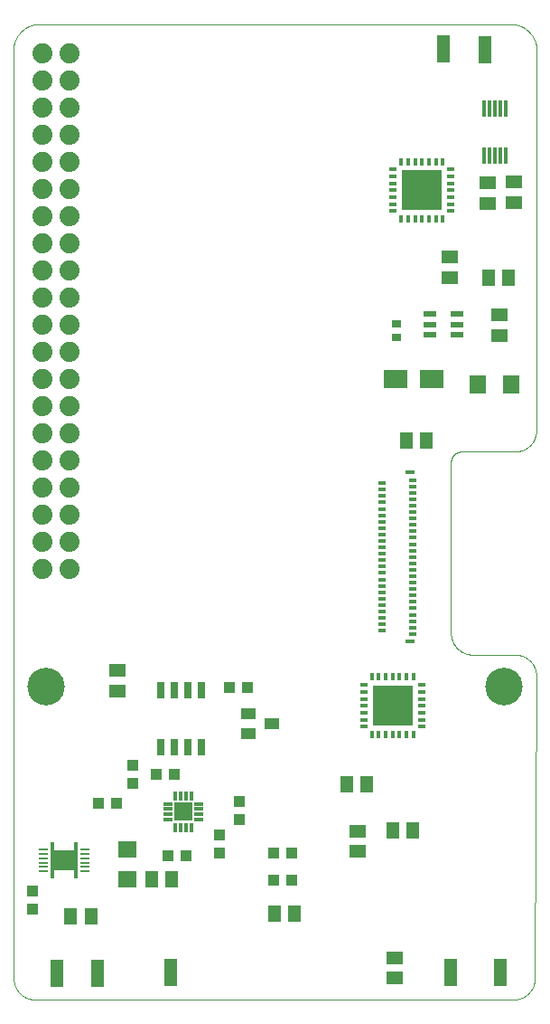
<source format=gts>
G04 EAGLE Gerber RS-274X export*
G75*
%MOMM*%
%FSLAX34Y34*%
%LPD*%
%INSolder Mask top*%
%IPPOS*%
%AMOC8*
5,1,8,0,0,1.08239X$1,22.5*%
G01*
%ADD10C,0.001000*%
%ADD11R,0.900000X0.700000*%
%ADD12R,1.500000X1.300000*%
%ADD13R,0.650000X0.300000*%
%ADD14R,0.800000X0.300000*%
%ADD15R,0.950000X0.400000*%
%ADD16C,1.879600*%
%ADD17R,1.300000X1.500000*%
%ADD18R,1.170900X0.510000*%
%ADD19R,1.498600X1.803400*%
%ADD20R,2.184400X1.651000*%
%ADD21C,3.516000*%
%ADD22R,0.708500X0.364000*%
%ADD23R,0.364000X0.708400*%
%ADD24R,0.708400X0.364000*%
%ADD25R,3.718000X3.718000*%
%ADD26R,0.850000X0.200000*%
%ADD27R,1.950000X1.950000*%
%ADD28R,0.250000X1.000000*%
%ADD29R,0.450000X3.500000*%
%ADD30R,1.800000X1.600000*%
%ADD31R,1.000000X1.100000*%
%ADD32R,0.350000X1.550000*%
%ADD33R,1.270000X2.540000*%
%ADD34R,1.100000X1.000000*%
%ADD35R,1.400000X1.000000*%
%ADD36R,0.650000X1.500000*%
%ADD37C,0.400000*%
%ADD38R,1.750000X1.750000*%
%ADD39R,0.700000X0.400000*%
%ADD40R,0.400000X0.700000*%


D10*
X490000Y910000D02*
X490000Y1260000D01*
X490113Y1260606D01*
X490212Y1261214D01*
X490296Y1261824D01*
X490366Y1262436D01*
X490420Y1263050D01*
X490460Y1263665D01*
X490485Y1264280D01*
X490495Y1264896D01*
X490490Y1265512D01*
X490470Y1266128D01*
X490435Y1266743D01*
X490386Y1267357D01*
X490321Y1267970D01*
X490242Y1268581D01*
X490148Y1269190D01*
X490040Y1269796D01*
X489917Y1270400D01*
X489779Y1271001D01*
X489627Y1271598D01*
X489460Y1272191D01*
X489279Y1272780D01*
X489084Y1273364D01*
X488875Y1273944D01*
X488652Y1274518D01*
X488415Y1275087D01*
X488164Y1275650D01*
X487900Y1276206D01*
X487623Y1276756D01*
X487332Y1277299D01*
X487028Y1277835D01*
X486712Y1278364D01*
X486382Y1278885D01*
X486041Y1279397D01*
X485687Y1279902D01*
X485321Y1280397D01*
X484943Y1280884D01*
X484553Y1281361D01*
X484152Y1281829D01*
X483740Y1282286D01*
X483316Y1282734D01*
X482883Y1283172D01*
X482438Y1283598D01*
X481984Y1284014D01*
X481519Y1284419D01*
X481045Y1284813D01*
X480562Y1285195D01*
X480069Y1285565D01*
X479568Y1285923D01*
X479058Y1286269D01*
X478540Y1286602D01*
X478014Y1286923D01*
X477481Y1287231D01*
X476940Y1287526D01*
X476392Y1287808D01*
X475838Y1288077D01*
X475277Y1288332D01*
X474710Y1288574D01*
X474138Y1288801D01*
X473560Y1289015D01*
X472977Y1289215D01*
X472389Y1289401D01*
X471798Y1289572D01*
X471202Y1289729D01*
X470603Y1289872D01*
X470000Y1290000D01*
X20000Y1290000D01*
X19397Y1289872D01*
X18798Y1289729D01*
X18202Y1289572D01*
X17611Y1289401D01*
X17023Y1289215D01*
X16440Y1289015D01*
X15862Y1288801D01*
X15290Y1288574D01*
X14723Y1288332D01*
X14162Y1288077D01*
X13608Y1287808D01*
X13060Y1287526D01*
X12519Y1287231D01*
X11986Y1286923D01*
X11460Y1286602D01*
X10942Y1286269D01*
X10432Y1285923D01*
X9931Y1285565D01*
X9438Y1285195D01*
X8955Y1284813D01*
X8481Y1284419D01*
X8016Y1284014D01*
X7562Y1283598D01*
X7117Y1283172D01*
X6684Y1282734D01*
X6260Y1282286D01*
X5848Y1281829D01*
X5447Y1281361D01*
X5057Y1280884D01*
X4679Y1280397D01*
X4313Y1279902D01*
X3959Y1279397D01*
X3618Y1278885D01*
X3288Y1278364D01*
X2972Y1277835D01*
X2668Y1277299D01*
X2377Y1276756D01*
X2100Y1276206D01*
X1836Y1275650D01*
X1585Y1275087D01*
X1348Y1274518D01*
X1125Y1273944D01*
X916Y1273364D01*
X721Y1272780D01*
X540Y1272191D01*
X373Y1271598D01*
X221Y1271001D01*
X83Y1270400D01*
X-40Y1269796D01*
X-148Y1269190D01*
X-242Y1268581D01*
X-321Y1267970D01*
X-386Y1267357D01*
X-435Y1266743D01*
X-470Y1266128D01*
X-490Y1265512D01*
X-495Y1264896D01*
X-485Y1264280D01*
X-460Y1263665D01*
X-420Y1263050D01*
X-366Y1262436D01*
X-296Y1261824D01*
X-212Y1261214D01*
X-113Y1260606D01*
X0Y1260000D01*
X0Y397120D01*
X6Y396637D01*
X23Y396154D01*
X53Y395671D01*
X93Y395190D01*
X146Y394709D01*
X210Y394230D01*
X285Y393753D01*
X373Y393277D01*
X471Y392804D01*
X581Y392334D01*
X702Y391866D01*
X835Y391401D01*
X979Y390940D01*
X1134Y390482D01*
X1300Y390028D01*
X1477Y389578D01*
X1664Y389133D01*
X1863Y388692D01*
X2071Y388256D01*
X2291Y387826D01*
X2521Y387400D01*
X2761Y386981D01*
X3011Y386567D01*
X3271Y386160D01*
X3540Y385759D01*
X3820Y385364D01*
X4108Y384977D01*
X4407Y384596D01*
X4714Y384223D01*
X5030Y383858D01*
X5355Y383500D01*
X5688Y383150D01*
X6030Y382808D01*
X6380Y382475D01*
X6738Y382150D01*
X7103Y381834D01*
X7476Y381527D01*
X7857Y381228D01*
X8244Y380940D01*
X8639Y380660D01*
X9040Y380391D01*
X9447Y380131D01*
X9861Y379881D01*
X10280Y379641D01*
X10706Y379411D01*
X11136Y379191D01*
X11572Y378983D01*
X12013Y378784D01*
X12458Y378597D01*
X12908Y378420D01*
X13362Y378254D01*
X13820Y378099D01*
X14281Y377955D01*
X14746Y377822D01*
X15214Y377701D01*
X15684Y377591D01*
X16157Y377493D01*
X16633Y377405D01*
X17110Y377330D01*
X17589Y377266D01*
X18070Y377213D01*
X18551Y377173D01*
X19034Y377143D01*
X19517Y377126D01*
X20000Y377120D01*
X340000Y377120D01*
X338476Y377140D01*
X468576Y377140D01*
X469065Y377146D01*
X469554Y377164D01*
X470042Y377194D01*
X470530Y377236D01*
X471016Y377289D01*
X471501Y377355D01*
X471984Y377433D01*
X472465Y377522D01*
X472944Y377623D01*
X473420Y377735D01*
X473893Y377860D01*
X474363Y377996D01*
X474830Y378143D01*
X475293Y378302D01*
X475751Y378472D01*
X476206Y378653D01*
X476656Y378845D01*
X477101Y379048D01*
X477541Y379262D01*
X477976Y379486D01*
X478405Y379722D01*
X478828Y379967D01*
X479245Y380223D01*
X479655Y380489D01*
X480059Y380765D01*
X480457Y381051D01*
X480847Y381347D01*
X481229Y381651D01*
X481604Y381966D01*
X481972Y382289D01*
X482331Y382621D01*
X482682Y382962D01*
X483024Y383311D01*
X483358Y383669D01*
X483684Y384034D01*
X484000Y384408D01*
X484306Y384789D01*
X484604Y385177D01*
X484892Y385573D01*
X485170Y385975D01*
X485438Y386385D01*
X485696Y386800D01*
X485944Y387222D01*
X486181Y387650D01*
X486408Y388083D01*
X486624Y388522D01*
X486830Y388966D01*
X487024Y389415D01*
X487207Y389869D01*
X487380Y390327D01*
X487541Y390789D01*
X487690Y391255D01*
X487829Y391724D01*
X487955Y392197D01*
X488071Y392672D01*
X488174Y393150D01*
X488266Y393631D01*
X488346Y394114D01*
X488414Y394598D01*
X488470Y395084D01*
X488514Y395571D01*
X488547Y396060D01*
X488567Y396548D01*
X488576Y397038D01*
X490000Y680000D01*
X489994Y680483D01*
X489977Y680966D01*
X489947Y681449D01*
X489907Y681930D01*
X489854Y682411D01*
X489790Y682890D01*
X489715Y683367D01*
X489627Y683843D01*
X489529Y684316D01*
X489419Y684786D01*
X489298Y685254D01*
X489165Y685719D01*
X489021Y686180D01*
X488866Y686638D01*
X488700Y687092D01*
X488523Y687542D01*
X488336Y687987D01*
X488137Y688428D01*
X487929Y688864D01*
X487709Y689294D01*
X487479Y689720D01*
X487239Y690139D01*
X486989Y690553D01*
X486729Y690960D01*
X486460Y691361D01*
X486180Y691756D01*
X485892Y692143D01*
X485593Y692524D01*
X485286Y692897D01*
X484970Y693262D01*
X484645Y693620D01*
X484312Y693970D01*
X483970Y694312D01*
X483620Y694645D01*
X483262Y694970D01*
X482897Y695286D01*
X482524Y695593D01*
X482143Y695892D01*
X481756Y696180D01*
X481361Y696460D01*
X480960Y696729D01*
X480553Y696989D01*
X480139Y697239D01*
X479720Y697479D01*
X479294Y697709D01*
X478864Y697929D01*
X478428Y698137D01*
X477987Y698336D01*
X477542Y698523D01*
X477092Y698700D01*
X476638Y698866D01*
X476180Y699021D01*
X475719Y699165D01*
X475254Y699298D01*
X474786Y699419D01*
X474316Y699529D01*
X473843Y699627D01*
X473367Y699715D01*
X472890Y699790D01*
X472411Y699854D01*
X471930Y699907D01*
X471449Y699947D01*
X470966Y699977D01*
X470483Y699994D01*
X470000Y700000D01*
X430000Y700000D01*
X429517Y700006D01*
X429034Y700023D01*
X428551Y700053D01*
X428070Y700093D01*
X427589Y700146D01*
X427110Y700210D01*
X426633Y700285D01*
X426157Y700373D01*
X425684Y700471D01*
X425214Y700581D01*
X424746Y700702D01*
X424281Y700835D01*
X423820Y700979D01*
X423362Y701134D01*
X422908Y701300D01*
X422458Y701477D01*
X422013Y701664D01*
X421572Y701863D01*
X421136Y702071D01*
X420706Y702291D01*
X420280Y702521D01*
X419861Y702761D01*
X419447Y703011D01*
X419040Y703271D01*
X418639Y703540D01*
X418244Y703820D01*
X417857Y704108D01*
X417476Y704407D01*
X417103Y704714D01*
X416738Y705030D01*
X416380Y705355D01*
X416030Y705688D01*
X415688Y706030D01*
X415355Y706380D01*
X415030Y706738D01*
X414714Y707103D01*
X414407Y707476D01*
X414108Y707857D01*
X413820Y708244D01*
X413540Y708639D01*
X413271Y709040D01*
X413011Y709447D01*
X412761Y709861D01*
X412521Y710280D01*
X412291Y710706D01*
X412071Y711136D01*
X411863Y711572D01*
X411664Y712013D01*
X411477Y712458D01*
X411300Y712908D01*
X411134Y713362D01*
X410979Y713820D01*
X410835Y714281D01*
X410702Y714746D01*
X410581Y715214D01*
X410471Y715684D01*
X410373Y716157D01*
X410285Y716633D01*
X410210Y717110D01*
X410146Y717589D01*
X410093Y718070D01*
X410053Y718551D01*
X410023Y719034D01*
X410006Y719517D01*
X410000Y720000D01*
X410000Y880000D01*
X410003Y880242D01*
X410012Y880483D01*
X410026Y880724D01*
X410047Y880965D01*
X410073Y881205D01*
X410105Y881445D01*
X410143Y881684D01*
X410186Y881921D01*
X410236Y882158D01*
X410291Y882393D01*
X410351Y882627D01*
X410418Y882859D01*
X410489Y883090D01*
X410567Y883319D01*
X410650Y883546D01*
X410738Y883771D01*
X410832Y883994D01*
X410931Y884214D01*
X411036Y884432D01*
X411145Y884647D01*
X411260Y884860D01*
X411380Y885070D01*
X411505Y885276D01*
X411635Y885480D01*
X411770Y885681D01*
X411910Y885878D01*
X412054Y886072D01*
X412203Y886262D01*
X412357Y886448D01*
X412515Y886631D01*
X412677Y886810D01*
X412844Y886985D01*
X413015Y887156D01*
X413190Y887323D01*
X413369Y887485D01*
X413552Y887643D01*
X413738Y887797D01*
X413928Y887946D01*
X414122Y888090D01*
X414319Y888230D01*
X414520Y888365D01*
X414724Y888495D01*
X414930Y888620D01*
X415140Y888740D01*
X415353Y888855D01*
X415568Y888964D01*
X415786Y889069D01*
X416006Y889168D01*
X416229Y889262D01*
X416454Y889350D01*
X416681Y889433D01*
X416910Y889511D01*
X417141Y889582D01*
X417373Y889649D01*
X417607Y889709D01*
X417842Y889764D01*
X418079Y889814D01*
X418316Y889857D01*
X418555Y889895D01*
X418795Y889927D01*
X419035Y889953D01*
X419276Y889974D01*
X419517Y889988D01*
X419758Y889997D01*
X420000Y890000D01*
X470000Y890000D01*
X470483Y890006D01*
X470966Y890023D01*
X471449Y890053D01*
X471930Y890093D01*
X472411Y890146D01*
X472890Y890210D01*
X473367Y890285D01*
X473843Y890373D01*
X474316Y890471D01*
X474786Y890581D01*
X475254Y890702D01*
X475719Y890835D01*
X476180Y890979D01*
X476638Y891134D01*
X477092Y891300D01*
X477542Y891477D01*
X477987Y891664D01*
X478428Y891863D01*
X478864Y892071D01*
X479294Y892291D01*
X479720Y892521D01*
X480139Y892761D01*
X480553Y893011D01*
X480960Y893271D01*
X481361Y893540D01*
X481756Y893820D01*
X482143Y894108D01*
X482524Y894407D01*
X482897Y894714D01*
X483262Y895030D01*
X483620Y895355D01*
X483970Y895688D01*
X484312Y896030D01*
X484645Y896380D01*
X484970Y896738D01*
X485286Y897103D01*
X485593Y897476D01*
X485892Y897857D01*
X486180Y898244D01*
X486460Y898639D01*
X486729Y899040D01*
X486989Y899447D01*
X487239Y899861D01*
X487479Y900280D01*
X487709Y900706D01*
X487929Y901136D01*
X488137Y901572D01*
X488336Y902013D01*
X488523Y902458D01*
X488700Y902908D01*
X488866Y903362D01*
X489021Y903820D01*
X489165Y904281D01*
X489298Y904746D01*
X489419Y905214D01*
X489529Y905684D01*
X489627Y906157D01*
X489715Y906633D01*
X489790Y907110D01*
X489854Y907589D01*
X489907Y908070D01*
X489947Y908551D01*
X489977Y909034D01*
X489994Y909517D01*
X490000Y910000D01*
D11*
X359300Y1009856D03*
X359300Y996856D03*
D12*
X357414Y416212D03*
X357414Y397212D03*
D13*
X345700Y722400D03*
X345700Y728400D03*
X345700Y734400D03*
X345700Y740400D03*
X345700Y746400D03*
X345700Y752400D03*
X345700Y758400D03*
X345700Y764400D03*
X345700Y770400D03*
X345700Y776400D03*
X345700Y782400D03*
X345700Y788400D03*
X345700Y794400D03*
X345700Y800400D03*
X345700Y806400D03*
X345700Y812400D03*
X345700Y818400D03*
X345700Y824400D03*
X345700Y830400D03*
X345700Y836400D03*
X345700Y842400D03*
X345700Y848400D03*
X345700Y854400D03*
X345700Y860400D03*
D14*
X374450Y719400D03*
X374450Y725400D03*
X374450Y731400D03*
X374450Y737400D03*
X374450Y743400D03*
X374450Y749400D03*
X374450Y755400D03*
X374450Y761400D03*
X374450Y767400D03*
X374450Y773400D03*
X374450Y779400D03*
X374450Y785400D03*
X374450Y791400D03*
X374450Y797400D03*
X374450Y803400D03*
X374450Y809400D03*
X374450Y815400D03*
X374450Y821400D03*
X374450Y827400D03*
X374450Y833400D03*
X374450Y839400D03*
X374450Y845400D03*
X374450Y851400D03*
X374450Y857400D03*
X374450Y863400D03*
D15*
X371700Y712400D03*
X371700Y870400D03*
D16*
X52500Y780000D03*
X52500Y805400D03*
X52500Y830800D03*
X52500Y856200D03*
X52500Y881600D03*
X52500Y907000D03*
X52500Y932400D03*
X52500Y957800D03*
X52500Y983200D03*
X52500Y1008600D03*
X52500Y1034000D03*
X52500Y1059400D03*
X52500Y1084800D03*
X27100Y1084800D03*
X27100Y1059400D03*
X27100Y1034000D03*
X27100Y1008600D03*
X27100Y983200D03*
X27100Y957800D03*
X27100Y932400D03*
X27100Y907000D03*
X27100Y881600D03*
X27100Y856200D03*
X27100Y830800D03*
X27100Y805400D03*
X27100Y780000D03*
X52500Y1110200D03*
X27100Y1110200D03*
X52500Y1135600D03*
X27100Y1135600D03*
X52500Y1161000D03*
X27100Y1161000D03*
X52500Y1186400D03*
X27100Y1186400D03*
X52500Y1211800D03*
X27100Y1211800D03*
X52500Y1237200D03*
X27100Y1237200D03*
X52500Y1262600D03*
X27100Y1262600D03*
D12*
X455518Y1017890D03*
X455518Y998890D03*
D17*
X464118Y1052524D03*
X445118Y1052524D03*
D12*
X408902Y1052904D03*
X408902Y1071904D03*
D18*
X415450Y999514D03*
X415450Y1009014D03*
X415450Y1018514D03*
X390458Y1018514D03*
X390458Y1009014D03*
X390458Y999514D03*
D17*
X368096Y900648D03*
X387096Y900648D03*
D19*
X435428Y952822D03*
X466416Y952822D03*
D20*
X357902Y957648D03*
X391938Y957648D03*
D21*
X30000Y670000D03*
X460000Y670000D03*
D22*
X382200Y632552D03*
X382200Y639052D03*
X382200Y645552D03*
X382200Y652052D03*
X382200Y658552D03*
X382200Y665052D03*
X382200Y671552D03*
D23*
X374692Y679059D03*
X368192Y679059D03*
X361692Y679059D03*
X355192Y679059D03*
X348692Y679059D03*
X342192Y679059D03*
X335692Y679059D03*
D24*
X328185Y671552D03*
X328185Y665052D03*
X328185Y658552D03*
X328185Y652052D03*
X328185Y645552D03*
X328185Y639052D03*
X328185Y632552D03*
D23*
X335692Y625045D03*
X342192Y625045D03*
X348692Y625045D03*
X355192Y625045D03*
X361692Y625045D03*
X368192Y625045D03*
X374692Y625045D03*
D25*
X355192Y652052D03*
D26*
X27684Y517378D03*
X27684Y513378D03*
X27684Y509378D03*
X27684Y505378D03*
X27684Y501378D03*
X27684Y497378D03*
X67184Y497378D03*
X67184Y501378D03*
X67184Y505378D03*
X67184Y509378D03*
X67184Y513378D03*
X67184Y517378D03*
D27*
X47434Y507378D03*
D28*
X58434Y518878D03*
X36434Y495878D03*
X36434Y518878D03*
X58434Y495878D03*
D29*
X58434Y507378D03*
X36434Y507378D03*
D30*
X106680Y489974D03*
X106680Y517974D03*
D31*
X17826Y478704D03*
X17826Y461704D03*
D17*
X72368Y455014D03*
X53368Y455014D03*
D32*
X441414Y1166690D03*
X446414Y1166690D03*
X451414Y1166690D03*
X456414Y1166690D03*
X461414Y1166690D03*
X461414Y1210690D03*
X456414Y1210690D03*
X451414Y1210690D03*
X446414Y1210690D03*
X441414Y1210690D03*
D12*
X444508Y1141490D03*
X444508Y1122490D03*
X468700Y1142280D03*
X468700Y1123280D03*
D33*
X442228Y1266418D03*
X403208Y1266832D03*
D22*
X409798Y1115070D03*
X409798Y1121570D03*
X409798Y1128070D03*
X409798Y1134570D03*
X409798Y1141070D03*
X409798Y1147570D03*
X409798Y1154070D03*
D23*
X402290Y1161577D03*
X395790Y1161577D03*
X389290Y1161577D03*
X382790Y1161577D03*
X376290Y1161577D03*
X369790Y1161577D03*
X363290Y1161577D03*
D24*
X355783Y1154070D03*
X355783Y1147570D03*
X355783Y1141070D03*
X355783Y1134570D03*
X355783Y1128070D03*
X355783Y1121570D03*
X355783Y1115070D03*
D23*
X363290Y1107563D03*
X369790Y1107563D03*
X376290Y1107563D03*
X382790Y1107563D03*
X389290Y1107563D03*
X395790Y1107563D03*
X402290Y1107563D03*
D25*
X382790Y1134570D03*
D33*
X78260Y401910D03*
X40160Y401760D03*
X409420Y402790D03*
X456360Y402840D03*
D12*
X322530Y515700D03*
X322530Y534700D03*
D17*
X263220Y457340D03*
X244220Y457340D03*
D34*
X243665Y514270D03*
X260665Y514270D03*
X243505Y489260D03*
X260505Y489260D03*
D12*
X97170Y685156D03*
X97170Y666156D03*
D34*
X133770Y588146D03*
X150770Y588146D03*
X219492Y669050D03*
X202492Y669050D03*
D35*
X219970Y645020D03*
X219970Y626020D03*
X241970Y635520D03*
D36*
X137930Y613010D03*
X150630Y613010D03*
X163330Y613010D03*
X176030Y613010D03*
X176030Y667010D03*
X163330Y667010D03*
X150630Y667010D03*
X137930Y667010D03*
D17*
X312360Y578790D03*
X331360Y578790D03*
D37*
X147218Y560376D03*
X147218Y555376D03*
X147218Y550376D03*
X147218Y545376D03*
X151718Y540876D03*
X156718Y540876D03*
X161718Y540876D03*
X166718Y540876D03*
X171218Y545376D03*
X171218Y550376D03*
X171218Y555376D03*
X171218Y560376D03*
X166718Y564876D03*
X161718Y564876D03*
X156718Y564876D03*
X151718Y564876D03*
D38*
X159218Y552876D03*
D39*
X143718Y560376D03*
X143718Y555376D03*
X143718Y550376D03*
X143718Y545376D03*
D40*
X151718Y537376D03*
X156718Y537376D03*
X161718Y537376D03*
X166718Y537376D03*
D39*
X174718Y545376D03*
X174718Y550376D03*
X174718Y555376D03*
X174718Y560376D03*
D40*
X166718Y568376D03*
X161718Y568376D03*
X156718Y568376D03*
X151718Y568376D03*
D17*
X355260Y535252D03*
X374260Y535252D03*
D34*
X79384Y560482D03*
X96384Y560482D03*
D17*
X129460Y490048D03*
X148460Y490048D03*
D33*
X147366Y402314D03*
D34*
X144550Y511854D03*
X161550Y511854D03*
D31*
X192710Y513950D03*
X192710Y530950D03*
X211406Y545898D03*
X211406Y562898D03*
X111414Y579782D03*
X111414Y596782D03*
M02*

</source>
